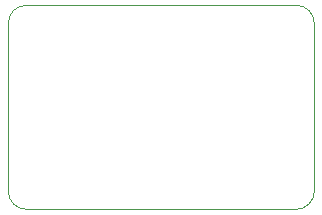
<source format=gbr>
G04 #@! TF.FileFunction,Profile,NP*
%FSLAX46Y46*%
G04 Gerber Fmt 4.6, Leading zero omitted, Abs format (unit mm)*
G04 Created by KiCad (PCBNEW (2015-05-03 BZR 5637)-product) date 2015 November 16, Monday 12:16:30*
%MOMM*%
G01*
G04 APERTURE LIST*
%ADD10C,0.100000*%
G04 APERTURE END LIST*
D10*
X137668000Y-96520000D02*
X159512000Y-96520000D01*
X161544000Y-98298000D02*
X161544000Y-112268000D01*
X137668000Y-113792000D02*
X159004000Y-113792000D01*
X135636000Y-98806000D02*
X135636000Y-112268000D01*
X135636000Y-112268000D02*
G75*
G03X137160000Y-113792000I1524000J0D01*
G01*
X160020000Y-113792000D02*
G75*
G03X161544000Y-112268000I0J1524000D01*
G01*
X161544000Y-98044000D02*
G75*
G03X160020000Y-96520000I-1524000J0D01*
G01*
X161544000Y-98298000D02*
X161544000Y-98044000D01*
X137160000Y-96520000D02*
G75*
G03X135636000Y-98044000I0J-1524000D01*
G01*
X159512000Y-96520000D02*
X160020000Y-96520000D01*
X159004000Y-113792000D02*
X160020000Y-113792000D01*
X137668000Y-113792000D02*
X137160000Y-113792000D01*
X135636000Y-98298000D02*
X135636000Y-98044000D01*
X135636000Y-98806000D02*
X135636000Y-98298000D01*
X137668000Y-96520000D02*
X137160000Y-96520000D01*
M02*

</source>
